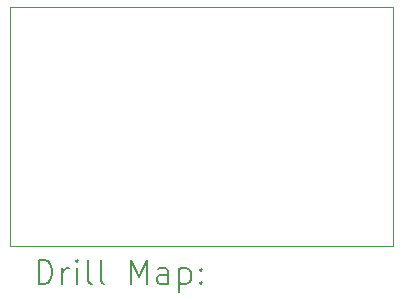
<source format=gbr>
%TF.GenerationSoftware,KiCad,Pcbnew,7.0.1*%
%TF.CreationDate,2023-05-06T21:58:45-07:00*%
%TF.ProjectId,MAGNETORQUERS,4d41474e-4554-44f5-9251-554552532e6b,rev?*%
%TF.SameCoordinates,Original*%
%TF.FileFunction,Drillmap*%
%TF.FilePolarity,Positive*%
%FSLAX45Y45*%
G04 Gerber Fmt 4.5, Leading zero omitted, Abs format (unit mm)*
G04 Created by KiCad (PCBNEW 7.0.1) date 2023-05-06 21:58:45*
%MOMM*%
%LPD*%
G01*
G04 APERTURE LIST*
%ADD10C,0.100000*%
%ADD11C,0.200000*%
G04 APERTURE END LIST*
D10*
X12420000Y-7635000D02*
X15660000Y-7635000D01*
X15660000Y-9660000D01*
X12420000Y-9660000D01*
X12420000Y-7635000D01*
D11*
X12662619Y-9977524D02*
X12662619Y-9777524D01*
X12662619Y-9777524D02*
X12710238Y-9777524D01*
X12710238Y-9777524D02*
X12738809Y-9787048D01*
X12738809Y-9787048D02*
X12757857Y-9806095D01*
X12757857Y-9806095D02*
X12767381Y-9825143D01*
X12767381Y-9825143D02*
X12776905Y-9863238D01*
X12776905Y-9863238D02*
X12776905Y-9891810D01*
X12776905Y-9891810D02*
X12767381Y-9929905D01*
X12767381Y-9929905D02*
X12757857Y-9948952D01*
X12757857Y-9948952D02*
X12738809Y-9968000D01*
X12738809Y-9968000D02*
X12710238Y-9977524D01*
X12710238Y-9977524D02*
X12662619Y-9977524D01*
X12862619Y-9977524D02*
X12862619Y-9844190D01*
X12862619Y-9882286D02*
X12872143Y-9863238D01*
X12872143Y-9863238D02*
X12881667Y-9853714D01*
X12881667Y-9853714D02*
X12900714Y-9844190D01*
X12900714Y-9844190D02*
X12919762Y-9844190D01*
X12986428Y-9977524D02*
X12986428Y-9844190D01*
X12986428Y-9777524D02*
X12976905Y-9787048D01*
X12976905Y-9787048D02*
X12986428Y-9796571D01*
X12986428Y-9796571D02*
X12995952Y-9787048D01*
X12995952Y-9787048D02*
X12986428Y-9777524D01*
X12986428Y-9777524D02*
X12986428Y-9796571D01*
X13110238Y-9977524D02*
X13091190Y-9968000D01*
X13091190Y-9968000D02*
X13081667Y-9948952D01*
X13081667Y-9948952D02*
X13081667Y-9777524D01*
X13215000Y-9977524D02*
X13195952Y-9968000D01*
X13195952Y-9968000D02*
X13186428Y-9948952D01*
X13186428Y-9948952D02*
X13186428Y-9777524D01*
X13443571Y-9977524D02*
X13443571Y-9777524D01*
X13443571Y-9777524D02*
X13510238Y-9920381D01*
X13510238Y-9920381D02*
X13576905Y-9777524D01*
X13576905Y-9777524D02*
X13576905Y-9977524D01*
X13757857Y-9977524D02*
X13757857Y-9872762D01*
X13757857Y-9872762D02*
X13748333Y-9853714D01*
X13748333Y-9853714D02*
X13729286Y-9844190D01*
X13729286Y-9844190D02*
X13691190Y-9844190D01*
X13691190Y-9844190D02*
X13672143Y-9853714D01*
X13757857Y-9968000D02*
X13738809Y-9977524D01*
X13738809Y-9977524D02*
X13691190Y-9977524D01*
X13691190Y-9977524D02*
X13672143Y-9968000D01*
X13672143Y-9968000D02*
X13662619Y-9948952D01*
X13662619Y-9948952D02*
X13662619Y-9929905D01*
X13662619Y-9929905D02*
X13672143Y-9910857D01*
X13672143Y-9910857D02*
X13691190Y-9901333D01*
X13691190Y-9901333D02*
X13738809Y-9901333D01*
X13738809Y-9901333D02*
X13757857Y-9891810D01*
X13853095Y-9844190D02*
X13853095Y-10044190D01*
X13853095Y-9853714D02*
X13872143Y-9844190D01*
X13872143Y-9844190D02*
X13910238Y-9844190D01*
X13910238Y-9844190D02*
X13929286Y-9853714D01*
X13929286Y-9853714D02*
X13938809Y-9863238D01*
X13938809Y-9863238D02*
X13948333Y-9882286D01*
X13948333Y-9882286D02*
X13948333Y-9939429D01*
X13948333Y-9939429D02*
X13938809Y-9958476D01*
X13938809Y-9958476D02*
X13929286Y-9968000D01*
X13929286Y-9968000D02*
X13910238Y-9977524D01*
X13910238Y-9977524D02*
X13872143Y-9977524D01*
X13872143Y-9977524D02*
X13853095Y-9968000D01*
X14034048Y-9958476D02*
X14043571Y-9968000D01*
X14043571Y-9968000D02*
X14034048Y-9977524D01*
X14034048Y-9977524D02*
X14024524Y-9968000D01*
X14024524Y-9968000D02*
X14034048Y-9958476D01*
X14034048Y-9958476D02*
X14034048Y-9977524D01*
X14034048Y-9853714D02*
X14043571Y-9863238D01*
X14043571Y-9863238D02*
X14034048Y-9872762D01*
X14034048Y-9872762D02*
X14024524Y-9863238D01*
X14024524Y-9863238D02*
X14034048Y-9853714D01*
X14034048Y-9853714D02*
X14034048Y-9872762D01*
M02*

</source>
